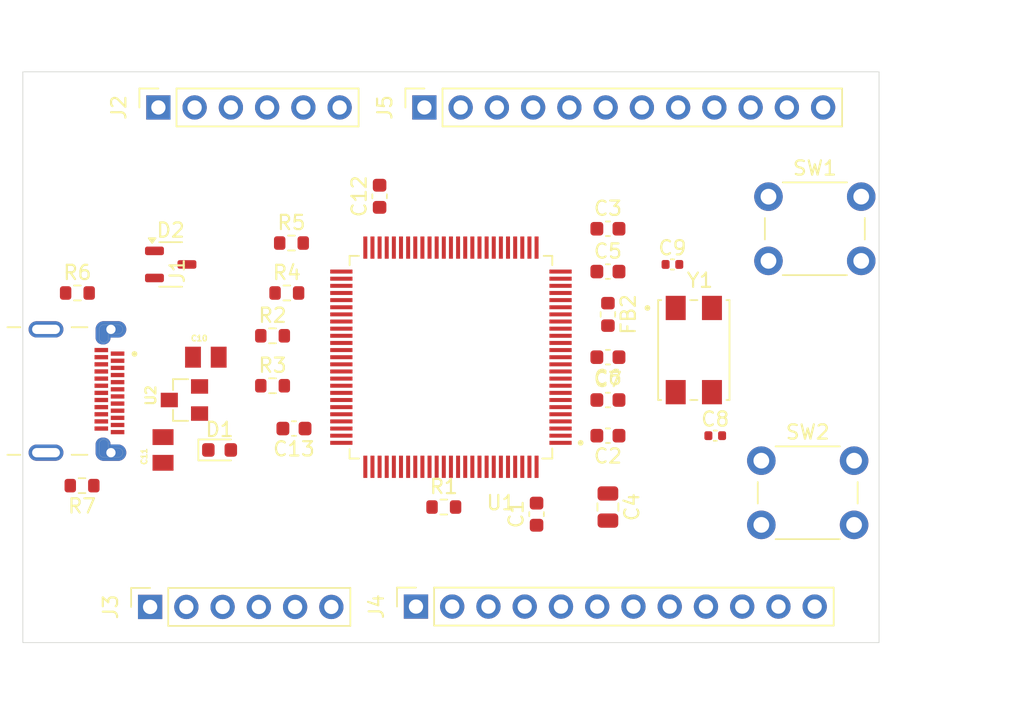
<source format=kicad_pcb>
(kicad_pcb (version 20241229) (generator "pcbnew") (generator_version "9.0")
  (layers (0 "F.Cu" signal) (4 "In1.Cu" signal) (6 "In2.Cu" signal) (2 "B.Cu" signal) (13 "F.Paste" user) (15 "B.Paste" user) (5 "F.SilkS" user "F.Silkscreen") (7 "B.SilkS" user "B.Silkscreen") (1 "F.Mask" user) (3 "B.Mask" user) (25 "Edge.Cuts" user))
  (net 0 "")
  (net 1 "GND")
  (net 2 "+3.3V")
  (net 3 "+3.3VA")
  (net 4 "/NRST")
  (net 5 "Net-(U1-PH1-OSC_OUT)")
  (net 6 "Net-(U1-PH0-OSC_IN)")
  (net 7 "Net-(D1-A)")
  (net 8 "VBUS")
  (net 9 "Net-(U1-VCAP_1)")
  (net 10 "Net-(U1-VCAP_2)")
  (net 11 "/PWR_LED_K")
  (net 17 "Net-(J1-CC1)")
  (net 20 "Net-(J1-CC2)")
  (net 24 "/USART1_RX")
  (net 25 "/I2C1_SDA")
  (net 26 "/USART1_TX")
  (net 27 "/I2C1_SCL")
  (net 28 "/SPI1_MISO")
  (net 29 "/SPI1_MOSI")
  (net 30 "/SPI1_SCK")
  (net 31 "/ADC_IN0")
  (net 32 "/PB0")
  (net 33 "/PB12")
  (net 34 "/PA4")
  (net 35 "/PA1")
  (net 36 "/PA2")
  (net 37 "/PA15")
  (net 38 "/PB1")
  (net 39 "/PC10")
  (net 40 "/PB10")
  (net 41 "/PA3")
  (net 42 "/PC1")
  (net 43 "/PB13")
  (net 44 "/PC0")
  (net 45 "/PC4")
  (net 46 "/PC8")
  (net 47 "/PC5")
  (net 48 "/PC9")
  (net 49 "/PC3")
  (net 50 "/PD2")
  (net 51 "/PC2")
  (net 52 "/BOOT0")
  (net 53 "Net-(U1-PA12)")
  (net 54 "Net-(U1-PA11)")
  (net 104 "/USB_DN_CONN")
  (net 105 "/USB_DP_CONN")
  (footprint "Button_Switch_THT:SW_PUSH_6mm_H9.5mm" (layer "F.Cu") (at 154.75 72.75)
    (property "Reference" "SW1" (at 3.25 -2 0) (layer "F.SilkS"))
    (property "Value" "SW_Push")
    (pad "1" thru_hole circle (at 0 0 90) (size 2 2) (drill 1.1) (layers "*.Cu" "*.Mask") (net 1 "GND"))
    (pad "1" thru_hole circle (at 6.5 0 90) (size 2 2) (drill 1.1) (layers "*.Cu" "*.Mask") (net 1 "GND"))
    (pad "2" thru_hole circle (at 0 4.5 90) (size 2 2) (drill 1.1) (layers "*.Cu" "*.Mask") (net 4 "/NRST"))
    (pad "2" thru_hole circle (at 6.5 4.5 90) (size 2 2) (drill 1.1) (layers "*.Cu" "*.Mask") (net 4 "/NRST"))
  )
  (footprint "Package_TO_SOT_SMD:SOT-23-3" (layer "F.Cu") (at 112.8625 77.5)
    (property "Reference" "D2" (at 0 -2.4 0) (layer "F.SilkS"))
    (property "Value" "ESDA5V3L")
    (pad "1" smd roundrect (at -1.1375 -0.95) (size 1.325 0.6) (layers "F.Cu" "F.Mask" "F.Paste") (net 105 "/USB_DP_CONN"))
    (pad "2" smd roundrect (at -1.1375 0.95) (size 1.325 0.6) (layers "F.Cu" "F.Mask" "F.Paste") (net 104 "/USB_DN_CONN"))
    (pad "3" smd roundrect (at 1.1375 0) (size 1.325 0.6) (layers "F.Cu" "F.Mask" "F.Paste") (net 1 "GND"))
  )
  (footprint "Capacitor_SMD:C_0805_2012Metric" (layer "F.Cu") (at 143.5 94.5 -90)
    (property "Reference" "C4" (at 0 -1.68 90) (layer "F.SilkS"))
    (property "Value" "10u")
    (pad "1" smd roundrect (at -0.95 0 270) (size 1 1.45) (layers "F.Cu" "F.Mask" "F.Paste") (net 2 "+3.3V"))
    (pad "2" smd roundrect (at 0.95 0 270) (size 1 1.45) (layers "F.Cu" "F.Mask" "F.Paste") (net 1 "GND"))
  )
  (footprint "Capacitor_SMD:C_0402_1005Metric" (layer "F.Cu") (at 148.02 77.5)
    (property "Reference" "C9" (at 0 -1.16 0) (layer "F.SilkS"))
    (property "Value" "27p")
    (pad "1" smd roundrect (at -0.48 0) (size 0.56 0.62) (layers "F.Cu" "F.Mask" "F.Paste") (net 6 "Net-(U1-PH0-OSC_IN)"))
    (pad "2" smd roundrect (at 0.48 0) (size 0.56 0.62) (layers "F.Cu" "F.Mask" "F.Paste") (net 1 "GND"))
  )
  (footprint "Capacitor_SMD:C_0603_1608Metric" (layer "F.Cu") (at 143.5 87)
    (property "Reference" "C7" (at 0 -1.43 0) (layer "F.SilkS"))
    (property "Value" "100n")
    (pad "1" smd roundrect (at -0.775 0) (size 0.9 0.95) (layers "F.Cu" "F.Mask" "F.Paste") (net 1 "GND"))
    (pad "2" smd roundrect (at 0.775 0) (size 0.9 0.95) (layers "F.Cu" "F.Mask" "F.Paste") (net 4 "/NRST"))
  )
  (footprint "Connector_PinSocket_2.54mm:PinSocket_1x12_P2.54mm_Vertical" (layer "F.Cu") (at 130.05 101.475 90)
    (property "Reference" "J4" (at 0 -2.77 90) (layer "F.SilkS"))
    (property "Value" "Conn_01x12_Socket")
    (pad "1" thru_hole rect (at 0 0 90) (size 1.7 1.7) (drill 1) (layers "*.Cu" "*.Mask") (net 2 "+3.3V"))
    (pad "2" thru_hole circle (at 0 2.54 90) (size 1.7 1.7) (drill 1) (layers "*.Cu" "*.Mask") (net 35 "/PA1"))
    (pad "3" thru_hole circle (at 0 5.08 90) (size 1.7 1.7) (drill 1) (layers "*.Cu" "*.Mask") (net 36 "/PA2"))
    (pad "4" thru_hole circle (at 0 7.62 90) (size 1.7 1.7) (drill 1) (layers "*.Cu" "*.Mask") (net 41 "/PA3"))
    (pad "5" thru_hole circle (at 0 10.16 90) (size 1.7 1.7) (drill 1) (layers "*.Cu" "*.Mask") (net 34 "/PA4"))
    (pad "6" thru_hole circle (at 0 12.7 90) (size 1.7 1.7) (drill 1) (layers "*.Cu" "*.Mask") (net 37 "/PA15"))
    (pad "7" thru_hole circle (at 0 15.24 90) (size 1.7 1.7) (drill 1) (layers "*.Cu" "*.Mask") (net 32 "/PB0"))
    (pad "8" thru_hole circle (at 0 17.78 90) (size 1.7 1.7) (drill 1) (layers "*.Cu" "*.Mask") (net 38 "/PB1"))
    (pad "9" thru_hole circle (at 0 20.32 90) (size 1.7 1.7) (drill 1) (layers "*.Cu" "*.Mask") (net 40 "/PB10"))
    (pad "10" thru_hole circle (at 0 22.86 90) (size 1.7 1.7) (drill 1) (layers "*.Cu" "*.Mask") (net 39 "/PC10"))
    (pad "11" thru_hole circle (at 0 25.4 90) (size 1.7 1.7) (drill 1) (layers "*.Cu" "*.Mask") (net 33 "/PB12"))
    (pad "12" thru_hole circle (at 0 27.94 90) (size 1.7 1.7) (drill 1) (layers "*.Cu" "*.Mask") (net 1 "GND"))
  )
  (footprint "GCM21BC72A105KE36L:CAPC2012X145N" (layer "F.Cu") (at 115.325 84)
    (property "Reference" "C10" (at -0.46 -1.32 0) (layer "F.SilkS") (effects (font (size 0.393701 0.393701) (thickness 0.098425))))
    (property "Value" "GCM21BC72A105KE36L")
    (pad "1" smd rect (at -0.9 0) (size 1.11 1.47) (layers "F.Cu" "F.Mask" "F.Paste") (net 1 "GND"))
    (pad "2" smd rect (at 0.9 0) (size 1.11 1.47) (layers "F.Cu" "F.Mask" "F.Paste") (net 7 "Net-(D1-A)"))
  )
  (footprint "Capacitor_SMD:C_0603_1608Metric" (layer "F.Cu") (at 138.5 95 90)
    (property "Reference" "C1" (at 0 -1.43 90) (layer "F.SilkS"))
    (property "Value" "100n")
    (pad "1" smd roundrect (at -0.775 0 90) (size 0.9 0.95) (layers "F.Cu" "F.Mask" "F.Paste") (net 1 "GND"))
    (pad "2" smd roundrect (at 0.775 0 90) (size 0.9 0.95) (layers "F.Cu" "F.Mask" "F.Paste") (net 2 "+3.3V"))
  )
  (footprint "Resistor_SMD:R_0603_1608Metric" (layer "F.Cu") (at 106.65 93 180)
    (property "Reference" "R7" (at 0 -1.43 0) (layer "F.SilkS"))
    (property "Value" "5k1")
    (pad "1" smd roundrect (at -0.825 0 180) (size 0.8 0.95) (layers "F.Cu" "F.Mask" "F.Paste") (net 17 "Net-(J1-CC1)"))
    (pad "2" smd roundrect (at 0.825 0 180) (size 0.8 0.95) (layers "F.Cu" "F.Mask" "F.Paste") (net 1 "GND"))
  )
  (footprint "Button_Switch_THT:SW_PUSH_6mm_H9.5mm" (layer "F.Cu") (at 154.25 91.25)
    (property "Reference" "SW2" (at 3.25 -2 0) (layer "F.SilkS"))
    (property "Value" "SW_Push")
    (pad "1" thru_hole circle (at 0 0 90) (size 2 2) (drill 1.1) (layers "*.Cu" "*.Mask") (net 52 "/BOOT0"))
    (pad "1" thru_hole circle (at 6.5 0 90) (size 2 2) (drill 1.1) (layers "*.Cu" "*.Mask") (net 52 "/BOOT0"))
    (pad "2" thru_hole circle (at 0 4.5 90) (size 2 2) (drill 1.1) (layers "*.Cu" "*.Mask") (net 2 "+3.3V"))
    (pad "2" thru_hole circle (at 6.5 4.5 90) (size 2 2) (drill 1.1) (layers "*.Cu" "*.Mask") (net 2 "+3.3V"))
  )
  (footprint "2345986-1:TE_2345986-1" (layer "F.Cu") (at 105.375 86.37 -90)
    (property "Reference" "J1" (at -8.425 -7.95 90) (layer "F.SilkS"))
    (property "Value" "2345986-1")
    (fp_line (start -3.72 -2.475) (end -4.32 -2.475) (stroke (width 0.01)) (layer "Edge.Cuts"))
    (fp_line (start 3.72 -2.475) (end 4.32 -2.475) (stroke (width 0.01)) (layer "Edge.Cuts"))
    (fp_line (start -4.645 -2.8) (end -4.645 -3.8) (stroke (width 0.01)) (layer "Edge.Cuts"))
    (fp_line (start 4.645 -2.8) (end 4.645 -3.8) (stroke (width 0.01)) (layer "Edge.Cuts"))
    (fp_line (start -3.995 -3.125) (end -3.72 -3.125) (stroke (width 0.01)) (layer "Edge.Cuts"))
    (fp_line (start 3.995 -3.125) (end 3.72 -3.125) (stroke (width 0.01)) (layer "Edge.Cuts"))
    (fp_line (start -3.995 -3.8) (end -3.995 -3.125) (stroke (width 0.01)) (layer "Edge.Cuts"))
    (fp_line (start 3.995 -3.8) (end 3.995 -3.125) (stroke (width 0.01)) (layer "Edge.Cuts"))
    (fp_arc (start -4.32 -2.475) (mid -4.54981 -2.57019) (end -4.645 -2.8) (stroke (width 0.01)) (layer "Edge.Cuts"))
    (fp_arc (start 3.72 -2.475) (mid 3.49019 -2.57019) (end 3.395 -2.8) (stroke (width 0.01)) (layer "Edge.Cuts"))
    (fp_arc (start -3.395 -2.8) (mid -3.49019 -2.57019) (end -3.72 -2.475) (stroke (width 0.01)) (layer "Edge.Cuts"))
    (fp_arc (start 3.395 -2.8) (mid 3.49019 -3.02981) (end 3.72 -3.125) (stroke (width 0.01)) (layer "Edge.Cuts"))
    (fp_arc (start 4.645 -2.8) (mid 4.54981 -2.57019) (end 4.32 -2.475) (stroke (width 0.01)) (layer "Edge.Cuts"))
    (fp_arc (start -3.72 -3.125) (mid -3.49019 -3.02981) (end -3.395 -2.8) (stroke (width 0.01)) (layer "Edge.Cuts"))
    (fp_arc (start -4.645 -3.8) (mid -4.54981 -4.02981) (end -4.32 -4.125) (stroke (width 0.01)) (layer "Edge.Cuts"))
    (fp_arc (start 3.995 -3.8) (mid 4.09019 -4.02981) (end 4.32 -4.125) (stroke (width 0.01)) (layer "Edge.Cuts"))
    (fp_arc (start -4.32 -4.125) (mid -4.09019 -4.02981) (end -3.995 -3.8) (stroke (width 0.01)) (layer "Edge.Cuts"))
    (fp_arc (start 4.32 -4.125) (mid 4.54981 -4.02981) (end 4.645 -3.8) (stroke (width 0.01)) (layer "Edge.Cuts"))
    (pad "" np_thru_hole circle (at -3.4 -1.95 270) (size 0.55 0.55) (drill 0.55) (layers "*.Cu" "*.Mask"))
    (pad "" np_thru_hole circle (at 3.4 -1.95 270) (size 0.55 0.55) (drill 0.55) (layers "*.Cu" "*.Mask"))
    (pad "A1" smd rect (at -2.62 -3.765 270) (size 0.3 0.95) (layers "F.Cu" "F.Mask" "F.Paste") (net 1 "GND"))
    (pad "A2" smd rect (at -2.12 -3.765 270) (size 0.3 0.95) (layers "F.Cu" "F.Mask" "F.Paste"))
    (pad "A3" smd rect (at -1.62 -3.765 270) (size 0.3 0.95) (layers "F.Cu" "F.Mask" "F.Paste"))
    (pad "A4" smd rect (at -1.12 -3.765 270) (size 0.3 0.95) (layers "F.Cu" "F.Mask" "F.Paste") (net 8 "VBUS"))
    (pad "A5" smd rect (at -0.62 -3.765 270) (size 0.3 0.95) (layers "F.Cu" "F.Mask" "F.Paste") (net 17 "Net-(J1-CC1)"))
    (pad "A6" smd rect (at -0.12 -3.765 270) (size 0.3 0.95) (layers "F.Cu" "F.Mask" "F.Paste") (net 105 "/USB_DP_CONN"))
    (pad "A7" smd rect (at 0.38 -3.765 270) (size 0.3 0.95) (layers "F.Cu" "F.Mask" "F.Paste") (net 104 "/USB_DN_CONN"))
    (pad "A8" smd rect (at 0.88 -3.765 270) (size 0.3 0.95) (layers "F.Cu" "F.Mask" "F.Paste"))
    (pad "A9" smd rect (at 1.38 -3.765 270) (size 0.3 0.95) (layers "F.Cu" "F.Mask" "F.Paste") (net 8 "VBUS"))
    (pad "A10" smd rect (at 1.88 -3.765 270) (size 0.3 0.95) (layers "F.Cu" "F.Mask" "F.Paste"))
    (pad "A11" smd rect (at 2.38 -3.765 270) (size 0.3 0.95) (layers "F.Cu" "F.Mask" "F.Paste"))
    (pad "A12" smd rect (at 2.88 -3.765 270) (size 0.3 0.95) (layers "F.Cu" "F.Mask" "F.Paste") (net 1 "GND"))
    (pad "B1" smd rect (at 2.63 -2.625 270) (size 0.3 0.95) (layers "F.Cu" "F.Mask" "F.Paste") (net 1 "GND"))
    (pad "B2" smd rect (at 2.13 -2.625 270) (size 0.3 0.95) (layers "F.Cu" "F.Mask" "F.Paste"))
    (pad "B3" smd rect (at 1.63 -2.625 270) (size 0.3 0.95) (layers "F.Cu" "F.Mask" "F.Paste"))
    (pad "B4" smd rect (at 1.13 -2.625 270) (size 0.3 0.95) (layers "F.Cu" "F.Mask" "F.Paste") (net 8 "VBUS"))
    (pad "B5" smd rect (at 0.63 -2.625 270) (size 0.3 0.95) (layers "F.Cu" "F.Mask" "F.Paste") (net 20 "Net-(J1-CC2)"))
    (pad "B6" smd rect (at 0.13 -2.625 270) (size 0.3 0.95) (layers "F.Cu" "F.Mask" "F.Paste") (net 105 "/USB_DP_CONN"))
    (pad "B7" smd rect (at -0.37 -2.625 270) (size 0.3 0.95) (layers "F.Cu" "F.Mask" "F.Paste") (net 104 "/USB_DN_CONN"))
    (pad "B8" smd rect (at -0.87 -2.625 270) (size 0.3 0.95) (layers "F.Cu" "F.Mask" "F.Paste"))
    (pad "B9" smd rect (at -1.37 -2.625 270) (size 0.3 0.95) (layers "F.Cu" "F.Mask" "F.Paste") (net 8 "VBUS"))
    (pad "B10" smd rect (at -1.87 -2.625 270) (size 0.3 0.95) (layers "F.Cu" "F.Mask" "F.Paste"))
    (pad "B11" smd rect (at -2.37 -2.625 270) (size 0.3 0.95) (layers "F.Cu" "F.Mask" "F.Paste"))
    (pad "B12" smd rect (at -2.87 -2.625 270) (size 0.3 0.95) (layers "F.Cu" "F.Mask" "F.Paste") (net 1 "GND"))
    (pad "SH1" thru_hole custom (at -4.32 -3.3 270) (size 1.14 1.14) (drill 0.65) (layers "*.Cu") (net 1 "GND") (options (clearance outline) (anchor circle)) (primitives (gr_poly (pts (xy -0.57 0.5) (xy -0.57 -0.5) (xy -0.569 -0.53) (xy -0.567 -0.56) (xy -0.563 -0.589) (xy -0.558 -0.619) (xy -0.551 -0.648) (xy -0.542 -0.676) (xy -0.532 -0.704) (xy -0.521 -0.732) (xy -0.508 -0.759) (xy -0.494 -0.785) (xy -0.478 -0.81) (xy -0.461 -0.835) (xy -0.443 -0.859) (xy -0.424 -0.881) (xy -0.403 -0.903) (xy -0.381 -0.924) (xy -0.359 -0.943) (xy -0.335 -0.961) (xy -0.31 -0.978) (xy -0.285 -0.994) (xy -0.259 -1.008) (xy -0.232 -1.021) (xy -0.204 -1.032) (xy -0.176 -1.042) (xy -0.148 -1.051) (xy -0.119 -1.058) (xy -0.089 -1.063) (xy -0.06 -1.067) (xy -0.03 -1.069) (xy 0 -1.07) (xy 0.03 -1.069) (xy 0.06 -1.067) (xy 0.089 -1.063) (xy 0.119 -1.058) (xy 0.148 -1.051) (xy 0.176 -1.042) (xy 0.204 -1.032) (xy 0.232 -1.021) (xy 0.259 -1.008) (xy 0.285 -0.994) (xy 0.31 -0.978) (xy 0.335 -0.961) (xy 0.359 -0.943) (xy 0.381 -0.924) (xy 0.403 -0.903) (xy 0.424 -0.881) (xy 0.443 -0.859) (xy 0.461 -0.835) (xy 0.478 -0.81) (xy 0.494 -0.785) (xy 0.508 -0.759) (xy 0.521 -0.732) (xy 0.532 -0.704) (xy 0.542 -0.676) (xy 0.551 -0.648) (xy 0.558 -0.619) (xy 0.563 -0.589) (xy 0.567 -0.56) (xy 0.569 -0.53) (xy 0.57 -0.5) (xy 0.57 0.03) (xy 0.577 0.03) (xy 0.602 0.031) (xy 0.627 0.033) (xy 0.651 0.036) (xy 0.675 0.04) (xy 0.699 0.046) (xy 0.723 0.053) (xy 0.746 0.061) (xy 0.769 0.071) (xy 0.791 0.081) (xy 0.812 0.093) (xy 0.833 0.106) (xy 0.854 0.12) (xy 0.873 0.135) (xy 0.892 0.151) (xy 0.91 0.168) (xy 0.927 0.186) (xy 0.943 0.204) (xy 0.958 0.224) (xy 0.972 0.244) (xy 0.985 0.265) (xy 0.996 0.287) (xy 1.007 0.309) (xy 1.016 0.332) (xy 1.024 0.355) (xy 1.031 0.378) (xy 1.037 0.402) (xy 1.042 0.426) (xy 1.045 0.451) (xy 1.047 0.475) (xy 1.048 0.5) (xy 1.048 0.592) (xy 1.047 0.617) (xy 1.045 0.642) (xy 1.042 0.667) (xy 1.037 0.692) (xy 1.031 0.716) (xy 1.024 0.74) (xy 1.016 0.764) (xy 1.006 0.787) (xy 0.995 0.809) (xy 0.984 0.831) (xy 0.97 0.853) (xy 0.956 0.873) (xy 0.941 0.893) (xy 0.925 0.912) (xy 0.908 0.93) (xy 0.89 0.947) (xy 0.871 0.964) (xy 0.851 0.979) (xy 0.83 0.993) (xy 0.809 1.006) (xy 0.787 1.018) (xy 0.764 1.029) (xy 0.741 1.038) (xy 0.718 1.047) (xy 0.694 1.054) (xy 0.669 1.06) (xy 0.645 1.064) (xy 0.62 1.067) (xy 0.595 1.069) (xy 0.57 1.07) (xy 0 1.07) (xy -0.03 1.069) (xy -0.06 1.067) (xy -0.089 1.063) (xy -0.119 1.058) (xy -0.148 1.051) (xy -0.176 1.042) (xy -0.204 1.032) (xy -0.232 1.021) (xy -0.259 1.008) (xy -0.285 0.994) (xy -0.31 0.978) (xy -0.335 0.961) (xy -0.359 0.943) (xy -0.381 0.924) (xy -0.403 0.903) (xy -0.424 0.881) (xy -0.443 0.859) (xy -0.461 0.835) (xy -0.478 0.81) (xy -0.494 0.785) (xy -0.508 0.759) (xy -0.521 0.732) (xy -0.532 0.704) (xy -0.542 0.676) (xy -0.551 0.648) (xy -0.558 0.619) (xy -0.563 0.589) (xy -0.567 0.56) (xy -0.569 0.53) (xy -0.57 0.5)) (width 0.01) (fill yes))))
    (pad "SH2" thru_hole custom (at 4.32 -3.3 270) (size 1.14 1.14) (drill 0.65) (layers "*.Cu") (net 1 "GND") (options (clearance outline) (anchor circle)) (primitives (gr_poly (pts (xy 0.57 0.5) (xy 0.57 -0.5) (xy 0.569 -0.53) (xy 0.567 -0.56) (xy 0.563 -0.589) (xy 0.558 -0.619) (xy 0.551 -0.648) (xy 0.542 -0.676) (xy 0.532 -0.704) (xy 0.521 -0.732) (xy 0.508 -0.759) (xy 0.494 -0.785) (xy 0.478 -0.81) (xy 0.461 -0.835) (xy 0.443 -0.859) (xy 0.424 -0.881) (xy 0.403 -0.903) (xy 0.381 -0.924) (xy 0.359 -0.943) (xy 0.335 -0.961) (xy 0.31 -0.978) (xy 0.285 -0.994) (xy 0.259 -1.008) (xy 0.232 -1.021) (xy 0.204 -1.032) (xy 0.176 -1.042) (xy 0.148 -1.051) (xy 0.119 -1.058) (xy 0.089 -1.063) (xy 0.06 -1.067) (xy 0.03 -1.069) (xy 0 -1.07) (xy -0.03 -1.069) (xy -0.06 -1.067) (xy -0.089 -1.063) (xy -0.119 -1.058) (xy -0.148 -1.051) (xy -0.176 -1.042) (xy -0.204 -1.032) (xy -0.232 -1.021) (xy -0.259 -1.008) (xy -0.285 -0.994) (xy -0.31 -0.978) (xy -0.335 -0.961) (xy -0.359 -0.943) (xy -0.381 -0.924) (xy -0.403 -0.903) (xy -0.424 -0.881) (xy -0.443 -0.859) (xy -0.461 -0.835) (xy -0.478 -0.81) (xy -0.494 -0.785) (xy -0.508 -0.759) (xy -0.521 -0.732) (xy -0.532 -0.704) (xy -0.542 -0.676) (xy -0.551 -0.648) (xy -0.558 -0.619) (xy -0.563 -0.589) (xy -0.567 -0.56) (xy -0.569 -0.53) (xy -0.57 -0.5) (xy -0.57 0.03) (xy -0.577 0.03) (xy -0.602 0.031) (xy -0.627 0.033) (xy -0.651 0.036) (xy -0.675 0.04) (xy -0.699 0.046) (xy -0.723 0.053) (xy -0.746 0.061) (xy -0.769 0.071) (xy -0.791 0.081) (xy -0.812 0.093) (xy -0.833 0.106) (xy -0.854 0.12) (xy -0.873 0.135) (xy -0.892 0.151) (xy -0.91 0.168) (xy -0.927 0.186) (xy -0.943 0.204) (xy -0.958 0.224) (xy -0.972 0.244) (xy -0.985 0.265) (xy -0.996 0.287) (xy -1.007 0.309) (xy -1.016 0.332) (xy -1.024 0.355) (xy -1.031 0.378) (xy -1.037 0.402) (xy -1.042 0.426) (xy -1.045 0.451) (xy -1.047 0.475) (xy -1.048 0.5) (xy -1.048 0.592) (xy -1.047 0.617) (xy -1.045 0.642) (xy -1.042 0.667) (xy -1.037 0.692) (xy -1.031 0.716) (xy -1.024 0.74) (xy -1.016 0.764) (xy -1.006 0.787) (xy -0.995 0.809) (xy -0.984 0.831) (xy -0.97 0.853) (xy -0.956 0.873) (xy -0.941 0.893) (xy -0.925 0.912) (xy -0.908 0.93) (xy -0.89 0.947) (xy -0.871 0.964) (xy -0.851 0.979) (xy -0.83 0.993) (xy -0.809 1.006) (xy -0.787 1.018) (xy -0.764 1.029) (xy -0.741 1.038) (xy -0.718 1.047) (xy -0.694 1.054) (xy -0.669 1.06) (xy -0.645 1.064) (xy -0.62 1.067) (xy -0.595 1.069) (xy -0.57 1.07) (xy 0 1.07) (xy 0.03 1.069) (xy 0.06 1.067) (xy 0.089 1.063) (xy 0.119 1.058) (xy 0.148 1.051) (xy 0.176 1.042) (xy 0.204 1.032) (xy 0.232 1.021) (xy 0.259 1.008) (xy 0.285 0.994) (xy 0.31 0.978) (xy 0.335 0.961) (xy 0.359 0.943) (xy 0.381 0.924) (xy 0.403 0.903) (xy 0.424 0.881) (xy 0.443 0.859) (xy 0.461 0.835) (xy 0.478 0.81) (xy 0.494 0.785) (xy 0.508 0.759) (xy 0.521 0.732) (xy 0.532 0.704) (xy 0.542 0.676) (xy 0.551 0.648) (xy 0.558 0.619) (xy 0.563 0.589) (xy 0.567 0.56) (xy 0.569 0.53) (xy 0.57 0.5)) (width 0.01) (fill yes))))
    (pad "SH3" thru_hole oval (at -4.32 1.25 270) (size 1.14 2.44) (drill oval 0.65 1.95) (layers "*.Cu" "*.Mask") (net 1 "GND"))
    (pad "SH4" thru_hole oval (at 4.32 1.25 270) (size 1.14 2.44) (drill oval 0.65 1.95) (layers "*.Cu" "*.Mask") (net 1 "GND"))
  )
  (footprint "Connector_PinSocket_2.54mm:PinSocket_1x06_P2.54mm_Vertical" (layer "F.Cu") (at 112 66.5 90)
    (property "Reference" "J2" (at 0 -2.77 90) (layer "F.SilkS"))
    (property "Value" "Conn_01x06_Socket")
    (pad "1" thru_hole rect (at 0 0 90) (size 1.7 1.7) (drill 1) (layers "*.Cu" "*.Mask") (net 2 "+3.3V"))
    (pad "2" thru_hole circle (at 0 2.54 90) (size 1.7 1.7) (drill 1) (layers "*.Cu" "*.Mask") (net 26 "/USART1_TX"))
    (pad "3" thru_hole circle (at 0 5.08 90) (size 1.7 1.7) (drill 1) (layers "*.Cu" "*.Mask") (net 24 "/USART1_RX"))
    (pad "4" thru_hole circle (at 0 7.62 90) (size 1.7 1.7) (drill 1) (layers "*.Cu" "*.Mask") (net 27 "/I2C1_SCL"))
    (pad "5" thru_hole circle (at 0 10.16 90) (size 1.7 1.7) (drill 1) (layers "*.Cu" "*.Mask") (net 25 "/I2C1_SDA"))
    (pad "6" thru_hole circle (at 0 12.7 90) (size 1.7 1.7) (drill 1) (layers "*.Cu" "*.Mask") (net 1 "GND"))
  )
  (footprint "LED_SMD:LED_0603_1608Metric" (layer "F.Cu") (at 116.2875 90.5)
    (property "Reference" "D1" (at 0 -1.43 0) (layer "F.SilkS"))
    (property "Value" "RED")
    (pad "1" smd roundrect (at -0.7875 0) (size 0.875 0.95) (layers "F.Cu" "F.Mask" "F.Paste") (net 11 "/PWR_LED_K"))
    (pad "2" smd roundrect (at 0.7875 0) (size 0.875 0.95) (layers "F.Cu" "F.Mask" "F.Paste") (net 7 "Net-(D1-A)"))
  )
  (footprint "Connector_PinSocket_2.54mm:PinSocket_1x06_P2.54mm_Vertical" (layer "F.Cu") (at 111.42 101.5 90)
    (property "Reference" "J3" (at 0 -2.77 90) (layer "F.SilkS"))
    (property "Value" "Conn_01x06_Socket")
    (pad "1" thru_hole rect (at 0 0 90) (size 1.7 1.7) (drill 1) (layers "*.Cu" "*.Mask") (net 2 "+3.3V"))
    (pad "2" thru_hole circle (at 0 2.54 90) (size 1.7 1.7) (drill 1) (layers "*.Cu" "*.Mask") (net 30 "/SPI1_SCK"))
    (pad "3" thru_hole circle (at 0 5.08 90) (size 1.7 1.7) (drill 1) (layers "*.Cu" "*.Mask") (net 28 "/SPI1_MISO"))
    (pad "4" thru_hole circle (at 0 7.62 90) (size 1.7 1.7) (drill 1) (layers "*.Cu" "*.Mask") (net 29 "/SPI1_MOSI"))
    (pad "5" thru_hole circle (at 0 10.16 90) (size 1.7 1.7) (drill 1) (layers "*.Cu" "*.Mask") (net 31 "/ADC_IN0"))
    (pad "6" thru_hole circle (at 0 12.7 90) (size 1.7 1.7) (drill 1) (layers "*.Cu" "*.Mask") (net 1 "GND"))
  )
  (footprint "STM32F411VET6:QFP50P1600X1600X160-100N" (layer "F.Cu") (at 132.5 84 180)
    (property "Reference" "U1" (at -3.507175 -10.200045 0) (layer "F.SilkS") (effects (font (size 1.004921 1.004921))))
    (property "Value" "STM32F411VET6")
    (pad "1" smd roundrect (at -7.68 -6 180) (size 1.56 0.28) (layers "F.Cu" "F.Mask" "F.Paste") (roundrect_rratio 0.035))
    (pad "2" smd roundrect (at -7.68 -5.5 180) (size 1.56 0.28) (layers "F.Cu" "F.Mask" "F.Paste") (roundrect_rratio 0.035))
    (pad "3" smd roundrect (at -7.68 -5 180) (size 1.56 0.28) (layers "F.Cu" "F.Mask" "F.Paste") (roundrect_rratio 0.035))
    (pad "4" smd roundrect (at -7.68 -4.5 180) (size 1.56 0.28) (layers "F.Cu" "F.Mask" "F.Paste") (roundrect_rratio 0.035))
    (pad "5" smd roundrect (at -7.68 -4 180) (size 1.56 0.28) (layers "F.Cu" "F.Mask" "F.Paste") (roundrect_rratio 0.035))
    (pad "6" smd roundrect (at -7.68 -3.5 180) (size 1.56 0.28) (layers "F.Cu" "F.Mask" "F.Paste") (roundrect_rratio 0.035) (net 2 "+3.3V"))
    (pad "7" smd roundrect (at -7.68 -3 180) (size 1.56 0.28) (layers "F.Cu" "F.Mask" "F.Paste") (roundrect_rratio 0.035))
    (pad "8" smd roundrect (at -7.68 -2.5 180) (size 1.56 0.28) (layers "F.Cu" "F.Mask" "F.Paste") (roundrect_rratio 0.035))
    (pad "9" smd roundrect (at -7.68 -2 180) (size 1.56 0.28) (layers "F.Cu" "F.Mask" "F.Paste") (roundrect_rratio 0.035))
    (pad "10" smd roundrect (at -7.68 -1.5 180) (size 1.56 0.28) (layers "F.Cu" "F.Mask" "F.Paste") (roundrect_rratio 0.035) (net 1 "GND"))
    (pad "11" smd roundrect (at -7.68 -1 180) (size 1.56 0.28) (layers "F.Cu" "F.Mask" "F.Paste") (roundrect_rratio 0.035) (net 2 "+3.3V"))
    (pad "12" smd roundrect (at -7.68 -0.5 180) (size 1.56 0.28) (layers "F.Cu" "F.Mask" "F.Paste") (roundrect_rratio 0.035) (net 6 "Net-(U1-PH0-OSC_IN)"))
    (pad "13" smd roundrect (at -7.68 0 180) (size 1.56 0.28) (layers "F.Cu" "F.Mask" "F.Paste") (roundrect_rratio 0.035) (net 5 "Net-(U1-PH1-OSC_OUT)"))
    (pad "14" smd roundrect (at -7.68 0.5 180) (size 1.56 0.28) (layers "F.Cu" "F.Mask" "F.Paste") (roundrect_rratio 0.035) (net 4 "/NRST"))
    (pad "15" smd roundrect (at -7.68 1 180) (size 1.56 0.28) (layers "F.Cu" "F.Mask" "F.Paste") (roundrect_rratio 0.035) (net 44 "/PC0"))
    (pad "16" smd roundrect (at -7.68 1.5 180) (size 1.56 0.28) (layers "F.Cu" "F.Mask" "F.Paste") (roundrect_rratio 0.035) (net 42 "/PC1"))
    (pad "17" smd roundrect (at -7.68 2 180) (size 1.56 0.28) (layers "F.Cu" "F.Mask" "F.Paste") (roundrect_rratio 0.035) (net 51 "/PC2"))
    (pad "18" smd roundrect (at -7.68 2.5 180) (size 1.56 0.28) (layers "F.Cu" "F.Mask" "F.Paste") (roundrect_rratio 0.035) (net 49 "/PC3"))
    (pad "19" smd roundrect (at -7.68 3 180) (size 1.56 0.28) (layers "F.Cu" "F.Mask" "F.Paste") (roundrect_rratio 0.035) (net 2 "+3.3V"))
    (pad "20" smd roundrect (at -7.68 3.5 180) (size 1.56 0.28) (layers "F.Cu" "F.Mask" "F.Paste") (roundrect_rratio 0.035) (net 1 "GND"))
    (pad "21" smd roundrect (at -7.68 4 180) (size 1.56 0.28) (layers "F.Cu" "F.Mask" "F.Paste") (roundrect_rratio 0.035) (net 3 "+3.3VA"))
    (pad "22" smd roundrect (at -7.68 4.5 180) (size 1.56 0.28) (layers "F.Cu" "F.Mask" "F.Paste") (roundrect_rratio 0.035) (net 3 "+3.3VA"))
    (pad "23" smd roundrect (at -7.68 5 180) (size 1.56 0.28) (layers "F.Cu" "F.Mask" "F.Paste") (roundrect_rratio 0.035) (net 31 "/ADC_IN0"))
    (pad "24" smd roundrect (at -7.68 5.5 180) (size 1.56 0.28) (layers "F.Cu" "F.Mask" "F.Paste") (roundrect_rratio 0.035) (net 35 "/PA1"))
    (pad "25" smd roundrect (at -7.68 6 180) (size 1.56 0.28) (layers "F.Cu" "F.Mask" "F.Paste") (roundrect_rratio 0.035) (net 36 "/PA2"))
    (pad "26" smd roundrect (at -6 7.68 180) (size 0.28 1.56) (layers "F.Cu" "F.Mask" "F.Paste") (roundrect_rratio 0.035) (net 41 "/PA3"))
    (pad "27" smd roundrect (at -5.5 7.68 180) (size 0.28 1.56) (layers "F.Cu" "F.Mask" "F.Paste") (roundrect_rratio 0.035) (net 1 "GND"))
    (pad "28" smd roundrect (at -5 7.68 180) (size 0.28 1.56) (layers "F.Cu" "F.Mask" "F.Paste") (roundrect_rratio 0.035) (net 2 "+3.3V"))
    (pad "29" smd roundrect (at -4.5 7.68 180) (size 0.28 1.56) (layers "F.Cu" "F.Mask" "F.Paste") (roundrect_rratio 0.035) (net 34 "/PA4"))
    (pad "30" smd roundrect (at -4 7.68 180) (size 0.28 1.56) (layers "F.Cu" "F.Mask" "F.Paste") (roundrect_rratio 0.035) (net 30 "/SPI1_SCK"))
    (pad "31" smd roundrect (at -3.5 7.68 180) (size 0.28 1.56) (layers "F.Cu" "F.Mask" "F.Paste") (roundrect_rratio 0.035) (net 28 "/SPI1_MISO"))
    (pad "32" smd roundrect (at -3 7.68 180) (size 0.28 1.56) (layers "F.Cu" "F.Mask" "F.Paste") (roundrect_rratio 0.035) (net 29 "/SPI1_MOSI"))
    (pad "33" smd roundrect (at -2.5 7.68 180) (size 0.28 1.56) (layers "F.Cu" "F.Mask" "F.Paste") (roundrect_rratio 0.035) (net 45 "/PC4"))
    (pad "34" smd roundrect (at -2 7.68 180) (size 0.28 1.56) (layers "F.Cu" "F.Mask" "F.Paste") (roundrect_rratio 0.035) (net 47 "/PC5"))
    (pad "35" smd roundrect (at -1.5 7.68 180) (size 0.28 1.56) (layers "F.Cu" "F.Mask" "F.Paste") (roundrect_rratio 0.035) (net 32 "/PB0"))
    (pad "36" smd roundrect (at -1 7.68 180) (size 0.28 1.56) (layers "F.Cu" "F.Mask" "F.Paste") (roundrect_rratio 0.035) (net 38 "/PB1"))
    (pad "37" smd roundrect (at -0.5 7.68 180) (size 0.28 1.56) (layers "F.Cu" "F.Mask" "F.Paste") (roundrect_rratio 0.035))
    (pad "38" smd roundrect (at 0 7.68 180) (size 0.28 1.56) (layers "F.Cu" "F.Mask" "F.Paste") (roundrect_rratio 0.035))
    (pad "39" smd roundrect (at 0.5 7.68 180) (size 0.28 1.56) (layers "F.Cu" "F.Mask" "F.Paste") (roundrect_rratio 0.035))
    (pad "40" smd roundrect (at 1 7.68 180) (size 0.28 1.56) (layers "F.Cu" "F.Mask" "F.Paste") (roundrect_rratio 0.035))
    (pad "41" smd roundrect (at 1.5 7.68 180) (size 0.28 1.56) (layers "F.Cu" "F.Mask" "F.Paste") (roundrect_rratio 0.035))
    (pad "42" smd roundrect (at 2 7.68 180) (size 0.28 1.56) (layers "F.Cu" "F.Mask" "F.Paste") (roundrect_rratio 0.035))
    (pad "43" smd roundrect (at 2.5 7.68 180) (size 0.28 1.56) (layers "F.Cu" "F.Mask" "F.Paste") (roundrect_rratio 0.035))
    (pad "44" smd roundrect (at 3 7.68 180) (size 0.28 1.56) (layers "F.Cu" "F.Mask" "F.Paste") (roundrect_rratio 0.035))
    (pad "45" smd roundrect (at 3.5 7.68 180) (size 0.28 1.56) (layers "F.Cu" "F.Mask" "F.Paste") (roundrect_rratio 0.035))
    (pad "46" smd roundrect (at 4 7.68 180) (size 0.28 1.56) (layers "F.Cu" "F.Mask" "F.Paste") (roundrect_rratio 0.035))
    (pad "47" smd roundrect (at 4.5 7.68 180) (size 0.28 1.56) (layers "F.Cu" "F.Mask" "F.Paste") (roundrect_rratio 0.035) (net 40 "/PB10"))
    (pad "48" smd roundrect (at 5 7.68 180) (size 0.28 1.56) (layers "F.Cu" "F.Mask" "F.Paste") (roundrect_rratio 0.035) (net 9 "Net-(U1-VCAP_1)"))
    (pad "49" smd roundrect (at 5.5 7.68 180) (size 0.28 1.56) (layers "F.Cu" "F.Mask" "F.Paste") (roundrect_rratio 0.035) (net 1 "GND"))
    (pad "50" smd roundrect (at 6 7.68 180) (size 0.28 1.56) (layers "F.Cu" "F.Mask" "F.Paste") (roundrect_rratio 0.035) (net 2 "+3.3V"))
    (pad "51" smd roundrect (at 7.68 6 180) (size 1.56 0.28) (layers "F.Cu" "F.Mask" "F.Paste") (roundrect_rratio 0.035) (net 33 "/PB12"))
    (pad "52" smd roundrect (at 7.68 5.5 180) (size 1.56 0.28) (layers "F.Cu" "F.Mask" "F.Paste") (roundrect_rratio 0.035) (net 43 "/PB13"))
    (pad "53" smd roundrect (at 7.68 5 180) (size 1.56 0.28) (layers "F.Cu" "F.Mask" "F.Paste") (roundrect_rratio 0.035))
    (pad "54" smd roundrect (at 7.68 4.5 180) (size 1.56 0.28) (layers "F.Cu" "F.Mask" "F.Paste") (roundrect_rratio 0.035))
    (pad "55" smd roundrect (at 7.68 4 180) (size 1.56 0.28) (layers "F.Cu" "F.Mask" "F.Paste") (roundrect_rratio 0.035))
    (pad "56" smd roundrect (at 7.68 3.5 180) (size 1.56 0.28) (layers "F.Cu" "F.Mask" "F.Paste") (roundrect_rratio 0.035))
    (pad "57" smd roundrect (at 7.68 3 180) (size 1.56 0.28) (layers "F.Cu" "F.Mask" "F.Paste") (roundrect_rratio 0.035))
    (pad "58" smd roundrect (at 7.68 2.5 180) (size 1.56 0.28) (layers "F.Cu" "F.Mask" "F.Paste") (roundrect_rratio 0.035))
    (pad "59" smd roundrect (at 7.68 2 180) (size 1.56 0.28) (layers "F.Cu" "F.Mask" "F.Paste") (roundrect_rratio 0.035))
    (pad "60" smd roundrect (at 7.68 1.5 180) (size 1.56 0.28) (layers "F.Cu" "F.Mask" "F.Paste") (roundrect_rratio 0.035))
    (pad "61" smd roundrect (at 7.68 1 180) (size 1.56 0.28) (layers "F.Cu" "F.Mask" "F.Paste") (roundrect_rratio 0.035))
    (pad "62" smd roundrect (at 7.68 0.5 180) (size 1.56 0.28) (layers "F.Cu" "F.Mask" "F.Paste") (roundrect_rratio 0.035))
    (pad "63" smd roundrect (at 7.68 0 180) (size 1.56 0.28) (layers "F.Cu" "F.Mask" "F.Paste") (roundrect_rratio 0.035))
    (pad "64" smd roundrect (at 7.68 -0.5 180) (size 1.56 0.28) (layers "F.Cu" "F.Mask" "F.Paste") (roundrect_rratio 0.035))
    (pad "65" smd roundrect (at 7.68 -1 180) (size 1.56 0.28) (layers "F.Cu" "F.Mask" "F.Paste") (roundrect_rratio 0.035) (net 46 "/PC8"))
    (pad "66" smd roundrect (at 7.68 -1.5 180) (size 1.56 0.28) (layers "F.Cu" "F.Mask" "F.Paste") (roundrect_rratio 0.035) (net 48 "/PC9"))
    (pad "67" smd roundrect (at 7.68 -2 180) (size 1.56 0.28) (layers "F.Cu" "F.Mask" "F.Paste") (roundrect_rratio 0.035))
    (pad "68" smd roundrect (at 7.68 -2.5 180) (size 1.56 0.28) (layers "F.Cu" "F.Mask" "F.Paste") (roundrect_rratio 0.035) (net 26 "/USART1_TX"))
    (pad "69" smd roundrect (at 7.68 -3 180) (size 1.56 0.28) (layers "F.Cu" "F.Mask" "F.Paste") (roundrect_rratio 0.035) (net 24 "/USART1_RX"))
    (pad "70" smd roundrect (at 7.68 -3.5 180) (size 1.56 0.28) (layers "F.Cu" "F.Mask" "F.Paste") (roundrect_rratio 0.035) (net 54 "Net-(U1-PA11)"))
    (pad "71" smd roundrect (at 7.68 -4 180) (size 1.56 0.28) (layers "F.Cu" "F.Mask" "F.Paste") (roundrect_rratio 0.035) (net 53 "Net-(U1-PA12)"))
    (pad "72" smd roundrect (at 7.68 -4.5 180) (size 1.56 0.28) (layers "F.Cu" "F.Mask" "F.Paste") (roundrect_rratio 0.035))
    (pad "73" smd roundrect (at 7.68 -5 180) (size 1.56 0.28) (layers "F.Cu" "F.Mask" "F.Paste") (roundrect_rratio 0.035) (net 10 "Net-(U1-VCAP_2)"))
    (pad "74" smd roundrect (at 7.68 -5.5 180) (size 1.56 0.28) (layers "F.Cu" "F.Mask" "F.Paste") (roundrect_rratio 0.035) (net 1 "GND"))
    (pad "75" smd roundrect (at 7.68 -6 180) (size 1.56 0.28) (layers "F.Cu" "F.Mask" "F.Paste") (roundrect_rratio 0.035) (net 2 "+3.3V"))
    (pad "76" smd roundrect (at 6 -7.68 180) (size 0.28 1.56) (layers "F.Cu" "F.Mask" "F.Paste") (roundrect_rratio 0.035))
    (pad "77" smd roundrect (at 5.5 -7.68 180) (size 0.28 1.56) (layers "F.Cu" "F.Mask" "F.Paste") (roundrect_rratio 0.035) (net 37 "/PA15"))
    (pad "78" smd roundrect (at 5 -7.68 180) (size 0.28 1.56) (layers "F.Cu" "F.Mask" "F.Paste") (roundrect_rratio 0.035) (net 39 "/PC10"))
    (pad "79" smd roundrect (at 4.5 -7.68 180) (size 0.28 1.56) (layers "F.Cu" "F.Mask" "F.Paste") (roundrect_rratio 0.035))
    (pad "80" smd roundrect (at 4 -7.68 180) (size 0.28 1.56) (layers "F.Cu" "F.Mask" "F.Paste") (roundrect_rratio 0.035))
    (pad "81" smd roundrect (at 3.5 -7.68 180) (size 0.28 1.56) (layers "F.Cu" "F.Mask" "F.Paste") (roundrect_rratio 0.035))
    (pad "82" smd roundrect (at 3 -7.68 180) (size 0.28 1.56) (layers "F.Cu" "F.Mask" "F.Paste") (roundrect_rratio 0.035))
    (pad "83" smd roundrect (at 2.5 -7.68 180) (size 0.28 1.56) (layers "F.Cu" "F.Mask" "F.Paste") (roundrect_rratio 0.035) (net 50 "/PD2"))
    (pad "84" smd roundrect (at 2 -7.68 180) (size 0.28 1.56) (layers "F.Cu" "F.Mask" "F.Paste") (roundrect_rratio 0.035))
    (pad "85" smd roundrect (at 1.5 -7.68 180) (size 0.28 1.56) (layers "F.Cu" "F.Mask" "F.Paste") (roundrect_rratio 0.035))
    (pad "86" smd roundrect (at 1 -7.68 180) (size 0.28 1.56) (layers "F.Cu" "F.Mask" "F.Paste") (roundrect_rratio 0.035))
    (pad "87" smd roundrect (at 0.5 -7.68 180) (size 0.28 1.56) (layers "F.Cu" "F.Mask" "F.Paste") (roundrect_rratio 0.035))
    (pad "88" smd roundrect (at 0 -7.68 180) (size 0.28 1.56) (layers "F.Cu" "F.Mask" "F.Paste") (roundrect_rratio 0.035))
    (pad "89" smd roundrect (at -0.5 -7.68 180) (size 0.28 1.56) (layers "F.Cu" "F.Mask" "F.Paste") (roundrect_rratio 0.035))
    (pad "90" smd roundrect (at -1 -7.68 180) (size 0.28 1.56) (layers "F.Cu" "F.Mask" "F.Paste") (roundrect_rratio 0.035))
    (pad "91" smd roundrect (at -1.5 -7.68 180) (size 0.28 1.56) (layers "F.Cu" "F.Mask" "F.Paste") (roundrect_rratio 0.035))
    (pad "92" smd roundrect (at -2 -7.68 180) (size 0.28 1.56) (layers "F.Cu" "F.Mask" "F.Paste") (roundrect_rratio 0.035) (net 27 "/I2C1_SCL"))
    (pad "93" smd roundrect (at -2.5 -7.68 180) (size 0.28 1.56) (layers "F.Cu" "F.Mask" "F.Paste") (roundrect_rratio 0.035) (net 25 "/I2C1_SDA"))
    (pad "94" smd roundrect (at -3 -7.68 180) (size 0.28 1.56) (layers "F.Cu" "F.Mask" "F.Paste") (roundrect_rratio 0.035) (net 52 "/BOOT0"))
    (pad "95" smd roundrect (at -3.5 -7.68 180) (size 0.28 1.56) (layers "F.Cu" "F.Mask" "F.Paste") (roundrect_rratio 0.035))
    (pad "96" smd roundrect (at -4 -7.68 180) (size 0.28 1.56) (layers "F.Cu" "F.Mask" "F.Paste") (roundrect_rratio 0.035))
    (pad "97" smd roundrect (at -4.5 -7.68 180) (size 0.28 1.56) (layers "F.Cu" "F.Mask" "F.Paste") (roundrect_rratio 0.035))
    (pad "98" smd roundrect (at -5 -7.68 180) (size 0.28 1.56) (layers "F.Cu" "F.Mask" "F.Paste") (roundrect_rratio 0.035))
    (pad "99" smd roundrect (at -5.5 -7.68 180) (size 0.28 1.56) (layers "F.Cu" "F.Mask" "F.Paste") (roundrect_rratio 0.035) (net 1 "GND"))
    (pad "100" smd roundrect (at -6 -7.68 180) (size 0.28 1.56) (layers "F.Cu" "F.Mask" "F.Paste") (roundrect_rratio 0.035) (net 2 "+3.3V"))
  )
  (footprint "Capacitor_SMD:C_0603_1608Metric" (layer "F.Cu") (at 143.5 75)
    (property "Reference" "C3" (at 0 -1.43 0) (layer "F.SilkS"))
    (property "Value" "100n")
    (pad "1" smd roundrect (at -0.775 0) (size 0.9 0.95) (layers "F.Cu" "F.Mask" "F.Paste") (net 1 "GND"))
    (pad "2" smd roundrect (at 0.775 0) (size 0.9 0.95) (layers "F.Cu" "F.Mask" "F.Paste") (net 3 "+3.3VA"))
  )
  (footprint "Resistor_SMD:R_0603_1608Metric" (layer "F.Cu") (at 121 79.5)
    (property "Reference" "R4" (at 0 -1.43 0) (layer "F.SilkS"))
    (property "Value" "22")
    (pad "1" smd roundrect (at -0.825 0) (size 0.8 0.95) (layers "F.Cu" "F.Mask" "F.Paste") (net 53 "Net-(U1-PA12)"))
    (pad "2" smd roundrect (at 0.825 0) (size 0.8 0.95) (layers "F.Cu" "F.Mask" "F.Paste") (net 105 "/USB_DP_CONN"))
  )
  (footprint "Capacitor_SMD:C_0402_1005Metric" (layer "F.Cu") (at 151.02 89.5)
    (property "Reference" "C8" (at 0 -1.16 0) (layer "F.SilkS"))
    (property "Value" "27p")
    (pad "1" smd roundrect (at -0.48 0) (size 0.56 0.62) (layers "F.Cu" "F.Mask" "F.Paste") (net 5 "Net-(U1-PH1-OSC_OUT)"))
    (pad "2" smd roundrect (at 0.48 0) (size 0.56 0.62) (layers "F.Cu" "F.Mask" "F.Paste") (net 1 "GND"))
  )
  (footprint "PMIC-LDO-XC6206P332MR-G_SOT23_:SOT-23" (layer "F.Cu") (at 113.825 87 90)
    (property "Reference" "U2" (at 0.318073 -2.353755 90) (layer "F.SilkS") (effects (font (size 0.701267 0.701267))))
    (property "Value" "PMIC-LDO-XC6206P332MR-G_SOT23_")
    (property "VALUE" "XC6206P332MR-G-SOT23" (hide yes))
    (pad "1" smd rect (at -0.95 1.06 90) (size 1.016 1.2) (layers "F.Cu" "F.Mask" "F.Paste") (net 1 "GND"))
    (pad "2" smd rect (at 0.95 1.06 90) (size 1.016 1.2) (layers "F.Cu" "F.Mask" "F.Paste") (net 7 "Net-(D1-A)"))
    (pad "3" smd rect (at 0 -1.06 90) (size 1.016 1.2) (layers "F.Cu" "F.Mask" "F.Paste") (net 8 "VBUS"))
  )
  (footprint "Capacitor_SMD:C_0603_1608Metric" (layer "F.Cu") (at 127.5 72.725 90)
    (property "Reference" "C12" (at 0 -1.43 90) (layer "F.SilkS"))
    (property "Value" "2u")
    (pad "1" smd roundrect (at -0.775 0 90) (size 0.9 0.95) (layers "F.Cu" "F.Mask" "F.Paste") (net 9 "Net-(U1-VCAP_1)"))
    (pad "2" smd roundrect (at 0.775 0 90) (size 0.9 0.95) (layers "F.Cu" "F.Mask" "F.Paste") (net 1 "GND"))
  )
  (footprint "C7S-16.000-18-3030-R:XTAL_C7S-16.000-18-3030-R" (layer "F.Cu") (at 149.52 83.5)
    (property "Reference" "Y1" (at 0.425 -4.885 0) (layer "F.SilkS"))
    (property "Value" "C7S-16.000-18-3030-R")
    (pad "1" smd rect (at -1.27 -2.95) (size 1.4 1.7) (layers "F.Cu" "F.Mask" "F.Paste") (net 6 "Net-(U1-PH0-OSC_IN)"))
    (pad "2" smd rect (at -1.27 2.95) (size 1.4 1.7) (layers "F.Cu" "F.Mask" "F.Paste") (net 1 "GND"))
    (pad "3" smd rect (at 1.27 2.95) (size 1.4 1.7) (layers "F.Cu" "F.Mask" "F.Paste") (net 5 "Net-(U1-PH1-OSC_OUT)"))
    (pad "4" smd rect (at 1.27 -2.95) (size 1.4 1.7) (layers "F.Cu" "F.Mask" "F.Paste") (net 1 "GND"))
  )
  (footprint "Capacitor_SMD:C_0603_1608Metric" (layer "F.Cu") (at 143.5 78)
    (property "Reference" "C5" (at 0 -1.43 0) (layer "F.SilkS"))
    (property "Value" "1u")
    (pad "1" smd roundrect (at -0.775 0) (size 0.9 0.95) (layers "F.Cu" "F.Mask" "F.Paste") (net 1 "GND"))
    (pad "2" smd roundrect (at 0.775 0) (size 0.9 0.95) (layers "F.Cu" "F.Mask" "F.Paste") (net 3 "+3.3VA"))
  )
  (footprint "Capacitor_SMD:C_0603_1608Metric" (layer "F.Cu") (at 143.5 89.5 180)
    (property "Reference" "C2" (at 0 -1.43 0) (layer "F.SilkS"))
    (property "Value" "100n")
    (pad "1" smd roundrect (at -0.775 0 180) (size 0.9 0.95) (layers "F.Cu" "F.Mask" "F.Paste") (net 1 "GND"))
    (pad "2" smd roundrect (at 0.775 0 180) (size 0.9 0.95) (layers "F.Cu" "F.Mask" "F.Paste") (net 2 "+3.3V"))
  )
  (footprint "Connector_PinSocket_2.54mm:PinSocket_1x12_P2.54mm_Vertical" (layer "F.Cu") (at 130.64 66.5 90)
    (property "Reference" "J5" (at 0 -2.77 90) (layer "F.SilkS"))
    (property "Value" "Conn_01x12_Socket")
    (pad "1" thru_hole rect (at 0 0 90) (size 1.7 1.7) (drill 1) (layers "*.Cu" "*.Mask") (net 2 "+3.3V"))
    (pad "2" thru_hole circle (at 0 2.54 90) (size 1.7 1.7) (drill 1) (layers "*.Cu" "*.Mask") (net 44 "/PC0"))
    (pad "3" thru_hole circle (at 0 5.08 90) (size 1.7 1.7) (drill 1) (layers "*.Cu" "*.Mask") (net 42 "/PC1"))
    (pad "4" thru_hole circle (at 0 7.62 90) (size 1.7 1.7) (drill 1) (layers "*.Cu" "*.Mask") (net 51 "/PC2"))
    (pad "5" thru_hole circle (at 0 10.16 90) (size 1.7 1.7) (drill 1) (layers "*.Cu" "*.Mask") (net 49 "/PC3"))
    (pad "6" thru_hole circle (at 0 12.7 90) (size 1.7 1.7) (drill 1) (layers "*.Cu" "*.Mask") (net 45 "/PC4"))
    (pad "7" thru_hole circle (at 0 15.24 90) (size 1.7 1.7) (drill 1) (layers "*.Cu" "*.Mask") (net 47 "/PC5"))
    (pad "8" thru_hole circle (at 0 17.78 90) (size 1.7 1.7) (drill 1) (layers "*.Cu" "*.Mask") (net 46 "/PC8"))
    (pad "9" thru_hole circle (at 0 20.32 90) (size 1.7 1.7) (drill 1) (layers "*.Cu" "*.Mask") (net 48 "/PC9"))
    (pad "10" thru_hole circle (at 0 22.86 90) (size 1.7 1.7) (drill 1) (layers "*.Cu" "*.Mask") (net 50 "/PD2"))
    (pad "11" thru_hole circle (at 0 25.4 90) (size 1.7 1.7) (drill 1) (layers "*.Cu" "*.Mask") (net 43 "/PB13"))
    (pad "12" thru_hole circle (at 0 27.94 90) (size 1.7 1.7) (drill 1) (layers "*.Cu" "*.Mask") (net 1 "GND"))
  )
  (footprint "Resistor_SMD:R_0603_1608Metric" (layer "F.Cu") (at 106.325 79.5)
    (property "Reference" "R6" (at 0 -1.43 0) (layer "F.SilkS"))
    (property "Value" "5k1")
    (pad "1" smd roundrect (at -0.825 0) (size 0.8 0.95) (layers "F.Cu" "F.Mask" "F.Paste") (net 20 "Net-(J1-CC2)"))
    (pad "2" smd roundrect (at 0.825 0) (size 0.8 0.95) (layers "F.Cu" "F.Mask" "F.Paste") (net 1 "GND"))
  )
  (footprint "Inductor_SMD:L_0603_1608Metric" (layer "F.Cu") (at 143.5 81 -90)
    (property "Reference" "FB2" (at 0 -1.43 90) (layer "F.SilkS"))
    (property "Value" "120R")
    (pad "1" smd roundrect (at -0.7875 0 270) (size 0.875 0.95) (layers "F.Cu" "F.Mask" "F.Paste") (net 3 "+3.3VA"))
    (pad "2" smd roundrect (at 0.7875 0 270) (size 0.875 0.95) (layers "F.Cu" "F.Mask" "F.Paste") (net 2 "+3.3V"))
  )
  (footprint "Capacitor_SMD:C_0603_1608Metric" (layer "F.Cu") (at 121.5 89 180)
    (property "Reference" "C13" (at 0 -1.43 0) (layer "F.SilkS"))
    (property "Value" "2u")
    (pad "1" smd roundrect (at -0.775 0 180) (size 0.9 0.95) (layers "F.Cu" "F.Mask" "F.Paste") (net 10 "Net-(U1-VCAP_2)"))
    (pad "2" smd roundrect (at 0.775 0 180) (size 0.9 0.95) (layers "F.Cu" "F.Mask" "F.Paste") (net 1 "GND"))
  )
  (footprint "Resistor_SMD:R_0603_1608Metric" (layer "F.Cu") (at 121.325 76)
    (property "Reference" "R5" (at 0 -1.43 0) (layer "F.SilkS"))
    (property "Value" "22")
    (pad "1" smd roundrect (at -0.825 0) (size 0.8 0.95) (layers "F.Cu" "F.Mask" "F.Paste") (net 54 "Net-(U1-PA11)"))
    (pad "2" smd roundrect (at 0.825 0) (size 0.8 0.95) (layers "F.Cu" "F.Mask" "F.Paste") (net 104 "/USB_DN_CONN"))
  )
  (footprint "Resistor_SMD:R_0603_1608Metric" (layer "F.Cu") (at 120 86)
    (property "Reference" "R3" (at 0 -1.43 0) (layer "F.SilkS"))
    (property "Value" "1k5")
    (pad "1" smd roundrect (at -0.825 0) (size 0.8 0.95) (layers "F.Cu" "F.Mask" "F.Paste") (net 11 "/PWR_LED_K"))
    (pad "2" smd roundrect (at 0.825 0) (size 0.8 0.95) (layers "F.Cu" "F.Mask" "F.Paste") (net 1 "GND"))
  )
  (footprint "Resistor_SMD:R_0603_1608Metric" (layer "F.Cu") (at 120 82.5)
    (property "Reference" "R2" (at 0 -1.43 0) (layer "F.SilkS"))
    (property "Value" "10K")
    (pad "1" smd roundrect (at -0.825 0) (size 0.8 0.95) (layers "F.Cu" "F.Mask" "F.Paste") (net 2 "+3.3V"))
    (pad "2" smd roundrect (at 0.825 0) (size 0.8 0.95) (layers "F.Cu" "F.Mask" "F.Paste") (net 4 "/NRST"))
  )
  (footprint "Resistor_SMD:R_0603_1608Metric" (layer "F.Cu") (at 132 94.5)
    (property "Reference" "R1" (at 0 -1.43 0) (layer "F.SilkS"))
    (property "Value" "10k")
    (pad "1" smd roundrect (at -0.825 0) (size 0.8 0.95) (layers "F.Cu" "F.Mask" "F.Paste") (net 1 "GND"))
    (pad "2" smd roundrect (at 0.825 0) (size 0.8 0.95) (layers "F.Cu" "F.Mask" "F.Paste") (net 52 "/BOOT0"))
  )
  (footprint "Capacitor_SMD:C_0603_1608Metric" (layer "F.Cu") (at 143.5 84 180)
    (property "Reference" "C6" (at 0 -1.43 0) (layer "F.SilkS"))
    (property "Value" "1u")
    (pad "1" smd roundrect (at -0.775 0 180) (size 0.9 0.95) (layers "F.Cu" "F.Mask" "F.Paste") (net 1 "GND"))
    (pad "2" smd roundrect (at 0.775 0 180) (size 0.9 0.95) (layers "F.Cu" "F.Mask" "F.Paste") (net 2 "+3.3V"))
  )
  (footprint "GCM21BC72A105KE36L:CAPC2012X145N" (layer "F.Cu") (at 112.325 90.5 90)
    (property "Reference" "C11" (at -0.46 -1.32 90) (layer "F.SilkS") (effects (font (size 0.393701 0.393701) (thickness 0.098425))))
    (property "Value" "GCM21BC72A105KE36L")
    (pad "1" smd rect (at -0.9 0 90) (size 1.11 1.47) (layers "F.Cu" "F.Mask" "F.Paste") (net 1 "GND"))
    (pad "2" smd rect (at 0.9 0 90) (size 1.11 1.47) (layers "F.Cu" "F.Mask" "F.Paste") (net 8 "VBUS"))
  )
  (gr_rect (start 102.5 64) (end 162.5 104) (stroke (width 0.05)) (fill no) (layer "Edge.Cuts"))
)
</source>
